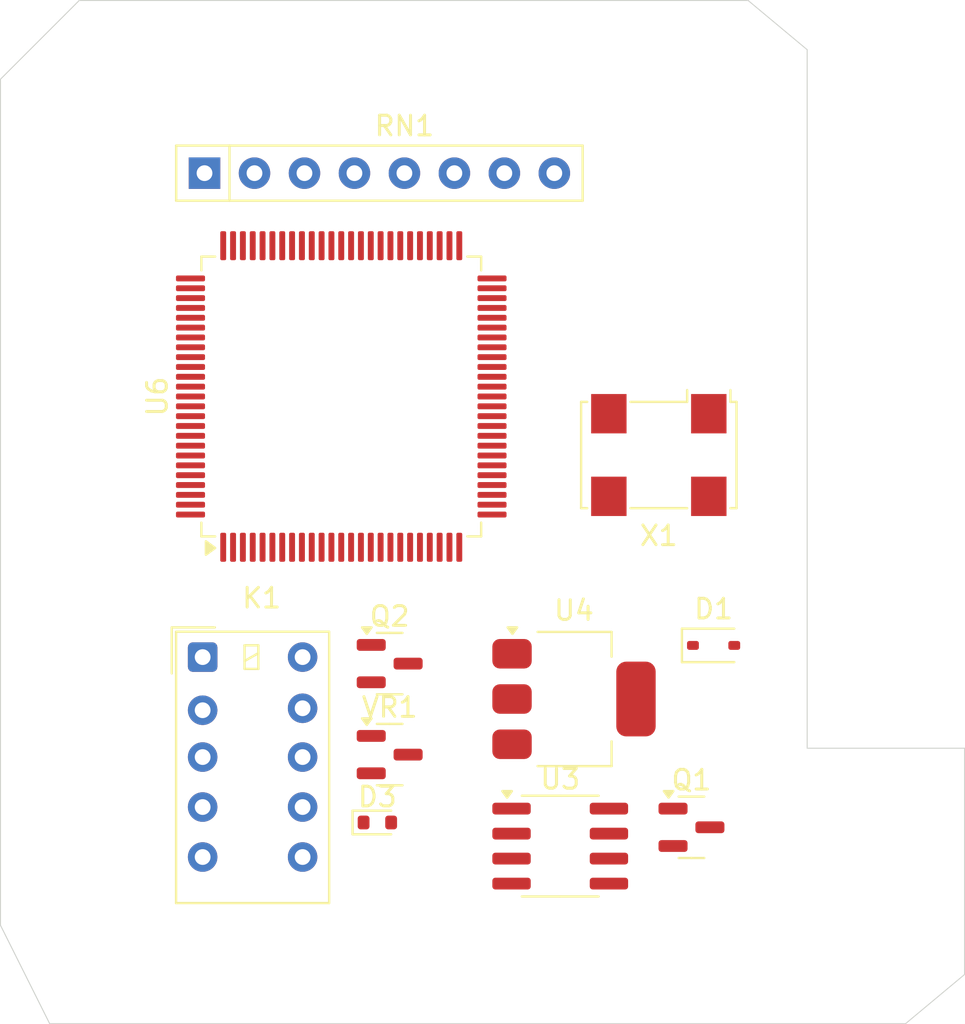
<source format=kicad_pcb>
(kicad_pcb (version 20240108) (generator "pcbnew") (generator_version "8.0")
  (layers (0 "F.Cu" signal) (31 "B.Cu" signal) (34 "B.Paste" user) (35 "F.Paste" user) (36 "B.SilkS" user "B.Silkscreen") (37 "F.SilkS" user "F.Silkscreen") (38 "B.Mask" user) (39 "F.Mask" user) (44 "Edge.Cuts" user))
  (net 0 "")
  (net 1 "+5V")
  (net 2 "GND")
  (net 3 "Net-(D3-A)")
  (net 5 "Net-(J3-Pad4)")
  (net 6 "Net-(VR1-K)")
  (net 7 "/CONECTORES/D1+")
  (net 9 "Net-(Q1-E)")
  (net 11 "Net-(Q2-S)")
  (net 12 "/CONECTORES/RELÉ")
  (net 13 "Net-(RN1B-R2.1)")
  (net 14 "+3V3")
  (net 17 "Net-(D2-K)")
  (net 18 "Net-(U3-CB)")
  (net 22 "Net-(U6-AVcc)")
  (net 32 "Net-(DS1-K)")
  (net 34 "/PROCESSAMENTO/52")
  (net 44 "/FONTE/FB")
  (net 57 "/CONECTORES/D1-")
  (net 65 "/CONECTORES/D2+")
  (net 80 "/CONECTORES/INT_REQ")
  (net 101 "/CONECTORES/D2-")
  (net 102 "Net-(U6-XTALIN)")
  (net 109 "Net-(VR1-A)")
  (footprint "Package_TO_SOT_SMD:SOT-23" (layer "F.Cu") (at 122.28 81.825)
    (property "Reference" "VR1" (at 0 -2.4 0) (layer "F.SilkS"))
    (property "Value" "BZX84Cxx")
    (fp_line (start 0 -1.56) (end -0.65 -1.56) (stroke (width 0.12)) (layer "F.SilkS"))
    (fp_line (start 0 -1.56) (end 0.65 -1.56) (stroke (width 0.12)) (layer "F.SilkS"))
    (fp_line (start 0 1.56) (end -0.65 1.56) (stroke (width 0.12)) (layer "F.SilkS"))
    (fp_line (start 0 1.56) (end 0.65 1.56) (stroke (width 0.12)) (layer "F.SilkS"))
    (fp_poly (pts (xy -1.1625 -1.51) (xy -1.4025 -1.84) (xy -0.9225 -1.84) (xy -1.1625 -1.51)) (stroke (width 0.12)) (fill solid) (layer "F.SilkS"))
    (pad "1" smd roundrect (at -0.9375 -0.95) (size 1.475 0.6) (layers "F.Cu" "F.Paste" "F.Mask") (net 109 "Net-(VR1-A)"))
    (pad "2" smd roundrect (at -0.9375 0.95) (size 1.475 0.6) (layers "F.Cu" "F.Paste" "F.Mask"))
    (pad "3" smd roundrect (at 0.9375 0) (size 1.475 0.6) (layers "F.Cu" "F.Paste" "F.Mask") (net 6 "Net-(VR1-K)"))
  )
  (footprint "Package_TO_SOT_SMD:SOT-23" (layer "F.Cu") (at 137.62 85.52)
    (property "Reference" "Q1" (at 0 -2.4 0) (layer "F.SilkS"))
    (property "Value" "BC807")
    (fp_line (start 0 -1.56) (end -0.65 -1.56) (stroke (width 0.12)) (layer "F.SilkS"))
    (fp_line (start 0 -1.56) (end 0.65 -1.56) (stroke (width 0.12)) (layer "F.SilkS"))
    (fp_line (start 0 1.56) (end -0.65 1.56) (stroke (width 0.12)) (layer "F.SilkS"))
    (fp_line (start 0 1.56) (end 0.65 1.56) (stroke (width 0.12)) (layer "F.SilkS"))
    (fp_poly (pts (xy -1.1625 -1.51) (xy -1.4025 -1.84) (xy -0.9225 -1.84) (xy -1.1625 -1.51)) (stroke (width 0.12)) (fill solid) (layer "F.SilkS"))
    (pad "1" smd roundrect (at -0.9375 -0.95) (size 1.475 0.6) (layers "F.Cu" "F.Paste" "F.Mask"))
    (pad "2" smd roundrect (at -0.9375 0.95) (size 1.475 0.6) (layers "F.Cu" "F.Paste" "F.Mask") (net 9 "Net-(Q1-E)"))
    (pad "3" smd roundrect (at 0.9375 0) (size 1.475 0.6) (layers "F.Cu" "F.Paste" "F.Mask"))
  )
  (footprint "Oscillator:Oscillator_SMD_IQD_IQXO70-4Pin_7.5x5.0mm" (layer "F.Cu") (at 135.96 66.6 180)
    (property "Reference" "X1" (at 0 -4.1 360) (layer "F.SilkS"))
    (property "Value" "CFPS-72")
    (fp_line (start 3.95 2.7) (end 3.64 2.7) (stroke (width 0.12)) (layer "F.SilkS"))
    (fp_line (start 3.95 -2.7) (end 3.95 2.7) (stroke (width 0.12)) (layer "F.SilkS"))
    (fp_line (start 3.64 -2.7) (end 3.95 -2.7) (stroke (width 0.12)) (layer "F.SilkS"))
    (fp_line (start 1.44 2.7) (end -1.44 2.7) (stroke (width 0.12)) (layer "F.SilkS"))
    (fp_line (start -1.44 2.7) (end -1.44 3.3) (stroke (width 0.12)) (layer "F.SilkS"))
    (fp_line (start -1.44 -2.7) (end 1.44 -2.7) (stroke (width 0.12)) (layer "F.SilkS"))
    (fp_line (start -3.64 3.3) (end -3.64 2.7) (stroke (width 0.12)) (layer "F.SilkS"))
    (fp_line (start -3.64 2.7) (end -3.95 2.7) (stroke (width 0.12)) (layer "F.SilkS"))
    (fp_line (start -3.95 2.7) (end -3.95 -2.7) (stroke (width 0.12)) (layer "F.SilkS"))
    (fp_line (start -3.95 -2.7) (end -3.64 -2.7) (stroke (width 0.12)) (layer "F.SilkS"))
    (pad "1" smd rect (at -2.54 2.1 180) (size 1.8 2) (layers "F.Cu" "F.Paste" "F.Mask") (net 13 "Net-(RN1B-R2.1)"))
    (pad "2" smd rect (at 2.54 2.1 180) (size 1.8 2) (layers "F.Cu" "F.Paste" "F.Mask") (net 2 "GND"))
    (pad "3" smd rect (at 2.54 -2.1 180) (size 1.8 2) (layers "F.Cu" "F.Paste" "F.Mask") (net 102 "Net-(U6-XTALIN)"))
    (pad "4" smd rect (at -2.54 -2.1 180) (size 1.8 2) (layers "F.Cu" "F.Paste" "F.Mask") (net 14 "+3V3"))
  )
  (footprint "Package_TO_SOT_SMD:SOT-223-3_TabPin2" (layer "F.Cu") (at 131.65 79)
    (property "Reference" "U4" (at 0 -4.5 0) (layer "F.SilkS"))
    (property "Value" "LM2937xMP")
    (fp_line (start -1.85 -3.41) (end 1.91 -3.41) (stroke (width 0.12)) (layer "F.SilkS"))
    (fp_line (start -1.85 3.41) (end 1.91 3.41) (stroke (width 0.12)) (layer "F.SilkS"))
    (fp_line (start 1.91 -3.41) (end 1.91 -2.15) (stroke (width 0.12)) (layer "F.SilkS"))
    (fp_line (start 1.91 3.41) (end 1.91 2.15) (stroke (width 0.12)) (layer "F.SilkS"))
    (fp_poly (pts (xy -3.13 -3.31) (xy -3.37 -3.64) (xy -2.89 -3.64) (xy -3.13 -3.31)) (stroke (width 0.12)) (fill solid) (layer "F.SilkS"))
    (pad "1" smd roundrect (at -3.15 -2.3) (size 2 1.5) (layers "F.Cu" "F.Paste" "F.Mask") (net 1 "+5V"))
    (pad "2" smd roundrect (at -3.15 0) (size 2 1.5) (layers "F.Cu" "F.Paste" "F.Mask") (net 2 "GND"))
    (pad "2" smd roundrect (at 3.15 0) (size 2 3.8) (layers "F.Cu" "F.Paste" "F.Mask") (net 2 "GND"))
    (pad "3" smd roundrect (at -3.15 2.3) (size 2 1.5) (layers "F.Cu" "F.Paste" "F.Mask") (net 14 "+3V3"))
  )
  (footprint "Resistor_THT:R_Array_SIP8" (layer "F.Cu") (at 112.87 52.275)
    (property "Reference" "RN1" (at 10.16 -2.4 0) (layer "F.SilkS"))
    (property "Value" "10k")
    (fp_line (start -1.44 -1.4) (end -1.44 1.4) (stroke (width 0.12)) (layer "F.SilkS"))
    (fp_line (start -1.44 1.4) (end 19.22 1.4) (stroke (width 0.12)) (layer "F.SilkS"))
    (fp_line (start 1.27 -1.4) (end 1.27 1.4) (stroke (width 0.12)) (layer "F.SilkS"))
    (fp_line (start 19.22 -1.4) (end -1.44 -1.4) (stroke (width 0.12)) (layer "F.SilkS"))
    (fp_line (start 19.22 1.4) (end 19.22 -1.4) (stroke (width 0.12)) (layer "F.SilkS"))
    (pad "1" thru_hole rect (at 0 0) (size 1.6 1.6) (drill 0.8) (layers "*.Cu" "*.Mask"))
    (pad "2" thru_hole oval (at 2.54 0) (size 1.6 1.6) (drill 0.8) (layers "*.Cu" "*.Mask"))
    (pad "3" thru_hole oval (at 5.08 0) (size 1.6 1.6) (drill 0.8) (layers "*.Cu" "*.Mask") (net 13 "Net-(RN1B-R2.1)"))
    (pad "4" thru_hole oval (at 7.62 0) (size 1.6 1.6) (drill 0.8) (layers "*.Cu" "*.Mask") (net 14 "+3V3"))
    (pad "5" thru_hole oval (at 10.16 0) (size 1.6 1.6) (drill 0.8) (layers "*.Cu" "*.Mask"))
    (pad "6" thru_hole oval (at 12.7 0) (size 1.6 1.6) (drill 0.8) (layers "*.Cu" "*.Mask"))
    (pad "7" thru_hole oval (at 15.24 0) (size 1.6 1.6) (drill 0.8) (layers "*.Cu" "*.Mask"))
    (pad "8" thru_hole oval (at 17.78 0) (size 1.6 1.6) (drill 0.8) (layers "*.Cu" "*.Mask"))
  )
  (footprint "Package_QFP:TQFP-100_14x14mm_P0.5mm" (layer "F.Cu") (at 119.82 63.625 90)
    (property "Reference" "U6" (at 0 -9.35 90) (layer "F.SilkS"))
    (property "Value" "CY7C67300-100AX")
    (fp_line (start 7.11 -7.11) (end 7.11 -6.41) (stroke (width 0.12)) (layer "F.SilkS"))
    (fp_line (start 6.41 -7.11) (end 7.11 -7.11) (stroke (width 0.12)) (layer "F.SilkS"))
    (fp_line (start -6.41 -7.11) (end -7.11 -7.11) (stroke (width 0.12)) (layer "F.SilkS"))
    (fp_line (start -7.11 -7.11) (end -7.11 -6.41) (stroke (width 0.12)) (layer "F.SilkS"))
    (fp_line (start 7.11 7.11) (end 7.11 6.41) (stroke (width 0.12)) (layer "F.SilkS"))
    (fp_line (start 6.41 7.11) (end 7.11 7.11) (stroke (width 0.12)) (layer "F.SilkS"))
    (fp_line (start -6.41 7.11) (end -7.11 7.11) (stroke (width 0.12)) (layer "F.SilkS"))
    (fp_line (start -7.11 7.11) (end -7.11 6.41) (stroke (width 0.12)) (layer "F.SilkS"))
    (fp_poly (pts (xy -7.7 -6.41) (xy -8.04 -6.88) (xy -7.36 -6.88) (xy -7.7 -6.41)) (stroke (width 0.12)) (fill solid) (layer "F.SilkS"))
    (pad "1" smd roundrect (at -7.6625 -6 90) (size 1.475 0.3) (layers "F.Cu" "F.Paste" "F.Mask"))
    (pad "2" smd roundrect (at -7.6625 -5.5 90) (size 1.475 0.3) (layers "F.Cu" "F.Paste" "F.Mask"))
    (pad "3" smd roundrect (at -7.6625 -5 90) (size 1.475 0.3) (layers "F.Cu" "F.Paste" "F.Mask"))
    (pad "4" smd roundrect (at -7.6625 -4.5 90) (size 1.475 0.3) (layers "F.Cu" "F.Paste" "F.Mask") (net 65 "/CONECTORES/D2+"))
    (pad "5" smd roundrect (at -7.6625 -4 90) (size 1.475 0.3) (layers "F.Cu" "F.Paste" "F.Mask") (net 101 "/CONECTORES/D2-"))
    (pad "6" smd roundrect (at -7.6625 -3.5 90) (size 1.475 0.3) (layers "F.Cu" "F.Paste" "F.Mask") (net 2 "GND"))
    (pad "7" smd roundrect (at -7.6625 -3 90) (size 1.475 0.3) (layers "F.Cu" "F.Paste" "F.Mask"))
    (pad "8" smd roundrect (at -7.6625 -2.5 90) (size 1.475 0.3) (layers "F.Cu" "F.Paste" "F.Mask"))
    (pad "9" smd roundrect (at -7.6625 -2 90) (size 1.475 0.3) (layers "F.Cu" "F.Paste" "F.Mask"))
    (pad "10" smd roundrect (at -7.6625 -1.5 90) (size 1.475 0.3) (layers "F.Cu" "F.Paste" "F.Mask"))
    (pad "11" smd roundrect (at -7.6625 -1 90) (size 1.475 0.3) (layers "F.Cu" "F.Paste" "F.Mask"))
    (pad "12" smd roundrect (at -7.6625 -0.5 90) (size 1.475 0.3) (layers "F.Cu" "F.Paste" "F.Mask"))
    (pad "13" smd roundrect (at -7.6625 0 90) (size 1.475 0.3) (layers "F.Cu" "F.Paste" "F.Mask"))
    (pad "14" smd roundrect (at -7.6625 0.5 90) (size 1.475 0.3) (layers "F.Cu" "F.Paste" "F.Mask"))
    (pad "15" smd roundrect (at -7.6625 1 90) (size 1.475 0.3) (layers "F.Cu" "F.Paste" "F.Mask") (net 2 "GND"))
    (pad "16" smd roundrect (at -7.6625 1.5 90) (size 1.475 0.3) (layers "F.Cu" "F.Paste" "F.Mask") (net 22 "Net-(U6-AVcc)"))
    (pad "17" smd roundrect (at -7.6625 2 90) (size 1.475 0.3) (layers "F.Cu" "F.Paste" "F.Mask"))
    (pad "18" smd roundrect (at -7.6625 2.5 90) (size 1.475 0.3) (layers "F.Cu" "F.Paste" "F.Mask"))
    (pad "19" smd roundrect (at -7.6625 3 90) (size 1.475 0.3) (layers "F.Cu" "F.Paste" "F.Mask"))
    (pad "20" smd roundrect (at -7.6625 3.5 90) (size 1.475 0.3) (layers "F.Cu" "F.Paste" "F.Mask"))
    (pad "21" smd roundrect (at -7.6625 4 90) (size 1.475 0.3) (layers "F.Cu" "F.Paste" "F.Mask") (net 22 "Net-(U6-AVcc)"))
    (pad "22" smd roundrect (at -7.6625 4.5 90) (size 1.475 0.3) (layers "F.Cu" "F.Paste" "F.Mask") (net 7 "/CONECTORES/D1+"))
    (pad "23" smd roundrect (at -7.6625 5 90) (size 1.475 0.3) (layers "F.Cu" "F.Paste" "F.Mask") (net 57 "/CONECTORES/D1-"))
    (pad "24" smd roundrect (at -7.6625 5.5 90) (size 1.475 0.3) (layers "F.Cu" "F.Paste" "F.Mask"))
    (pad "25" smd roundrect (at -7.6625 6 90) (size 1.475 0.3) (layers "F.Cu" "F.Paste" "F.Mask"))
    (pad "26" smd roundrect (at -6 7.6625 90) (size 0.3 1.475) (layers "F.Cu" "F.Paste" "F.Mask") (net 2 "GND"))
    (pad "27" smd roundrect (at -5.5 7.6625 90) (size 0.3 1.475) (layers "F.Cu" "F.Paste" "F.Mask"))
    (pad "28" smd roundrect (at -5 7.6625 90) (size 0.3 1.475) (layers "F.Cu" "F.Paste" "F.Mask"))
    (pad "29" smd roundrect (at -4.5 7.6625 90) (size 0.3 1.475) (layers "F.Cu" "F.Paste" "F.Mask") (net 102 "Net-(U6-XTALIN)"))
    (pad "30" smd roundrect (at -4 7.6625 90) (size 0.3 1.475) (layers "F.Cu" "F.Paste" "F.Mask"))
    (pad "31" smd roundrect (at -3.5 7.6625 90) (size 0.3 1.475) (layers "F.Cu" "F.Paste" "F.Mask"))
    (pad "32" smd roundrect (at -3 7.6625 90) (size 0.3 1.475) (layers "F.Cu" "F.Paste" "F.Mask"))
    (pad "33" smd roundrect (at -2.5 7.6625 90) (size 0.3 1.475) (layers "F.Cu" "F.Paste" "F.Mask"))
    (pad "34" smd roundrect (at -2 7.6625 90) (size 0.3 1.475) (layers "F.Cu" "F.Paste" "F.Mask"))
    (pad "35" smd roundrect (at -1.5 7.6625 90) (size 0.3 1.475) (layers "F.Cu" "F.Paste" "F.Mask"))
    (pad "36" smd roundrect (at -1 7.6625 90) (size 0.3 1.475) (layers "F.Cu" "F.Paste" "F.Mask"))
    (pad "37" smd roundrect (at -0.5 7.6625 90) (size 0.3 1.475) (layers "F.Cu" "F.Paste" "F.Mask") (net 22 "Net-(U6-AVcc)"))
    (pad "38" smd roundrect (at 0 7.6625 90) (size 0.3 1.475) (layers "F.Cu" "F.Paste" "F.Mask"))
    (pad "39" smd roundrect (at 0.5 7.6625 90) (size 0.3 1.475) (layers "F.Cu" "F.Paste" "F.Mask"))
    (pad "40" smd roundrect (at 1 7.6625 90) (size 0.3 1.475) (layers "F.Cu" "F.Paste" "F.Mask"))
    (pad "41" smd roundrect (at 1.5 7.6625 90) (size 0.3 1.475) (layers "F.Cu" "F.Paste" "F.Mask"))
    (pad "42" smd roundrect (at 2 7.6625 90) (size 0.3 1.475) (layers "F.Cu" "F.Paste" "F.Mask"))
    (pad "43" smd roundrect (at 2.5 7.6625 90) (size 0.3 1.475) (layers "F.Cu" "F.Paste" "F.Mask"))
    (pad "44" smd roundrect (at 3 7.6625 90) (size 0.3 1.475) (layers "F.Cu" "F.Paste" "F.Mask") (net 32 "Net-(DS1-K)"))
    (pad "45" smd roundrect (at 3.5 7.6625 90) (size 0.3 1.475) (layers "F.Cu" "F.Paste" "F.Mask") (net 80 "/CONECTORES/INT_REQ"))
    (pad "46" smd roundrect (at 4 7.6625 90) (size 0.3 1.475) (layers "F.Cu" "F.Paste" "F.Mask"))
    (pad "47" smd roundrect (at 4.5 7.6625 90) (size 0.3 1.475) (layers "F.Cu" "F.Paste" "F.Mask"))
    (pad "48" smd roundrect (at 5 7.6625 90) (size 0.3 1.475) (layers "F.Cu" "F.Paste" "F.Mask"))
    (pad "49" smd roundrect (at 5.5 7.6625 90) (size 0.3 1.475) (layers "F.Cu" "F.Paste" "F.Mask"))
    (pad "50" smd roundrect (at 6 7.6625 90) (size 0.3 1.475) (layers "F.Cu" "F.Paste" "F.Mask"))
    (pad "51" smd roundrect (at 7.6625 6 90) (size 1.475 0.3) (layers "F.Cu" "F.Paste" "F.Mask") (net 2 "GND"))
    (pad "52" smd roundrect (at 7.6625 5.5 90) (size 1.475 0.3) (layers "F.Cu" "F.Paste" "F.Mask") (net 34 "/PROCESSAMENTO/52"))
    (pad "53" smd roundrect (at 7.6625 5 90) (size 1.475 0.3) (layers "F.Cu" "F.Paste" "F.Mask") (net 12 "/CONECTORES/RELÉ"))
    (pad "54" smd roundrect (at 7.6625 4.5 90) (size 1.475 0.3) (layers "F.Cu" "F.Paste" "F.Mask"))
    (pad "55" smd roundrect (at 7.6625 4 90) (size 1.475 0.3) (layers "F.Cu" "F.Paste" "F.Mask") (net 44 "/FONTE/FB"))
    (pad "56" smd roundrect (at 7.6625 3.5 90) (size 1.475 0.3) (layers "F.Cu" "F.Paste" "F.Mask"))
    (pad "57" smd roundrect (at 7.6625 3 90) (size 1.475 0.3) (layers "F.Cu" "F.Paste" "F.Mask"))
    (pad "58" smd roundrect (at 7.6625 2.5 90) (size 1.475 0.3) (layers "F.Cu" "F.Paste" "F.Mask"))
    (pad "59" smd roundrect (at 7.6625 2 90) (size 1.475 0.3) (layers "F.Cu" "F.Paste" "F.Mask"))
    (pad "60" smd roundrect (at 7.6625 1.5 90) (size 1.475 0.3) (layers "F.Cu" "F.Paste" "F.Mask"))
    (pad "61" smd roundrect (at 7.6625 1 90) (size 1.475 0.3) (layers "F.Cu" "F.Paste" "F.Mask"))
    (pad "62" smd roundrect (at 7.6625 0.5 90) (size 1.475 0.3) (layers "F.Cu" "F.Paste" "F.Mask"))
    (pad "63" smd roundrect (at 7.6625 0 90) (size 1.475 0.3) (layers "F.Cu" "F.Paste" "F.Mask") (net 22 "Net-(U6-AVcc)"))
    (pad "64" smd roundrect (at 7.6625 -0.5 90) (size 1.475 0.3) (layers "F.Cu" "F.Paste" "F.Mask"))
    (pad "65" smd roundrect (at 7.6625 -1 90) (size 1.475 0.3) (layers "F.Cu" "F.Paste" "F.Mask"))
    (pad "66" smd roundrect (at 7.6625 -1.5 90) (size 1.475 0.3) (layers "F.Cu" "F.Paste" "F.Mask"))
    (pad "67" smd roundrect (at 7.6625 -2 90) (size 1.475 0.3) (layers "F.Cu" "F.Paste" "F.Mask"))
    (pad "68" smd roundrect (at 7.6625 -2.5 90) (size 1.475 0.3) (layers "F.Cu" "F.Paste" "F.Mask"))
    (pad "69" smd roundrect (at 7.6625 -3 90) (size 1.475 0.3) (layers "F.Cu" "F.Paste" "F.Mask"))
    (pad "70" smd roundrect (at 7.6625 -3.5 90) (size 1.475 0.3) (layers "F.Cu" "F.Paste" "F.Mask"))
    (pad "71" smd roundrect (at 7.6625 -4 90) (size 1.475 0.3) (layers "F.Cu" "F.Paste" "F.Mask"))
    (pad "72" smd roundrect (at 7.6625 -4.5 90) (size 1.475 0.3) (layers "F.Cu" "F.Paste" "F.Mask"))
    (pad "73" smd roundrect (at 7.6625 -5 90) (size 1.475 0.3) (layers "F.Cu" "F.Paste" "F.Mask"))
    (pad "74" smd roundrect (at 7.6625 -5.5 90) (size 1.475 0.3) (layers "F.Cu" "F.Paste" "F.Mask"))
    (pad "75" smd roundrect (at 7.6625 -6 90) (size 1.475 0.3) (layers "F.Cu" "F.Paste" "F.Mask") (net 2 "GND"))
    (pad "76" smd roundrect (at 6 -7.6625 90) (size 0.3 1.475) (layers "F.Cu" "F.Paste" "F.Mask"))
    (pad "77" smd roundrect (at 5.5 -7.6625 90) (size 0.3 1.475) (layers "F.Cu" "F.Paste" "F.Mask"))
    (pad "78" smd roundrect (at 5 -7.6625 90) (size 0.3 1.475) (layers "F.Cu" "F.Paste" "F.Mask"))
    (pad "79" smd roundrect (at 4.5 -7.6625 90) (size 0.3 1.475) (layers "F.Cu" "F.Paste" "F.Mask"))
    (pad "80" smd roundrect (at 4 -7.6625 90) (size 0.3 1.475) (layers "F.Cu" "F.Paste" "F.Mask"))
    (pad "81" smd roundrect (at 3.5 -7.6625 90) (size 0.3 1.475) (layers "F.Cu" "F.Paste" "F.Mask"))
    (pad "82" smd roundrect (at 3 -7.6625 90) (size 0.3 1.475) (layers "F.Cu" "F.Paste" "F.Mask"))
    (pad "83" smd roundrect (at 2.5 -7.6625 90) (size 0.3 1.475) (layers "F.Cu" "F.Paste" "F.Mask"))
    (pad "84" smd roundrect (at 2 -7.6625 90) (size 0.3 1.475) (layers "F.Cu" "F.Paste" "F.Mask"))
    (pad "85" smd roundrect (at 1.5 -7.6625 90) (size 0.3 1.475) (layers "F.Cu" "F.Paste" "F.Mask"))
    (pad "86" smd roundrect (at 1 -7.6625 90) (size 0.3 1.475) (layers "F.Cu" "F.Paste" "F.Mask"))
    (pad "87" smd roundrect (at 0.5 -7.6625 90) (size 0.3 1.475) (layers "F.Cu" "F.Paste" "F.Mask"))
    (pad "88" smd roundrect (at 0 -7.6625 90) (size 0.3 1.475) (layers "F.Cu" "F.Paste" "F.Mask") (net 22 "Net-(U6-AVcc)"))
    (pad "89" smd roundrect (at -0.5 -7.6625 90) (size 0.3 1.475) (layers "F.Cu" "F.Paste" "F.Mask"))
    (pad "90" smd roundrect (at -1 -7.6625 90) (size 0.3 1.475) (layers "F.Cu" "F.Paste" "F.Mask"))
    (pad "91" smd roundrect (at -1.5 -7.6625 90) (size 0.3 1.475) (layers "F.Cu" "F.Paste" "F.Mask"))
    (pad "92" smd roundrect (at -2 -7.6625 90) (size 0.3 1.475) (layers "F.Cu" "F.Paste" "F.Mask"))
    (pad "93" smd roundrect (at -2.5 -7.6625 90) (size 0.3 1.475) (layers "F.Cu" "F.Paste" "F.Mask"))
    (pad "94" smd roundrect (at -3 -7.6625 90) (size 0.3 1.475) (layers "F.Cu" "F.Paste" "F.Mask"))
    (pad "95" smd roundrect (at -3.5 -7.6625 90) (size 0.3 1.475) (layers "F.Cu" "F.Paste" "F.Mask"))
    (pad "96" smd roundrect (at -4 -7.6625 90) (size 0.3 1.475) (layers "F.Cu" "F.Paste" "F.Mask"))
    (pad "97" smd roundrect (at -4.5 -7.6625 90) (size 0.3 1.475) (layers "F.Cu" "F.Paste" "F.Mask"))
    (pad "98" smd roundrect (at -5 -7.6625 90) (size 0.3 1.475) (layers "F.Cu" "F.Paste" "F.Mask"))
    (pad "99" smd roundrect (at -5.5 -7.6625 90) (size 0.3 1.475) (layers "F.Cu" "F.Paste" "F.Mask"))
    (pad "100" smd roundrect (at -6 -7.6625 90) (size 0.3 1.475) (layers "F.Cu" "F.Paste" "F.Mask") (net 2 "GND"))
  )
  (footprint "Package_SO:SOIC-8_3.9x4.9mm_P1.27mm" (layer "F.Cu") (at 130.95 86.475)
    (property "Reference" "U3" (at 0 -3.4 0) (layer "F.SilkS"))
    (property "Value" "LM2672M-5.0")
    (fp_line (start 0 -2.56) (end -1.95 -2.56) (stroke (width 0.12)) (layer "F.SilkS"))
    (fp_line (start 0 -2.56) (end 1.95 -2.56) (stroke (width 0.12)) (layer "F.SilkS"))
    (fp_line (start 0 2.56) (end -1.95 2.56) (stroke (width 0.12)) (layer "F.SilkS"))
    (fp_line (start 0 2.56) (end 1.95 2.56) (stroke (width 0.12)) (layer "F.SilkS"))
    (fp_poly (pts (xy -2.7 -2.465) (xy -2.94 -2.795) (xy -2.46 -2.795) (xy -2.7 -2.465)) (stroke (width 0.12)) (fill solid) (layer "F.SilkS"))
    (pad "1" smd roundrect (at -2.475 -1.905) (size 1.95 0.6) (layers "F.Cu" "F.Paste" "F.Mask") (net 18 "Net-(U3-CB)"))
    (pad "2" smd roundrect (at -2.475 -0.635) (size 1.95 0.6) (layers "F.Cu" "F.Paste" "F.Mask"))
    (pad "3" smd roundrect (at -2.475 0.635) (size 1.95 0.6) (layers "F.Cu" "F.Paste" "F.Mask"))
    (pad "4" smd roundrect (at -2.475 1.905) (size 1.95 0.6) (layers "F.Cu" "F.Paste" "F.Mask") (net 1 "+5V"))
    (pad "5" smd roundrect (at 2.475 1.905) (size 1.95 0.6) (layers "F.Cu" "F.Paste" "F.Mask"))
    (pad "6" smd roundrect (at 2.475 0.635) (size 1.95 0.6) (layers "F.Cu" "F.Paste" "F.Mask") (net 2 "GND"))
    (pad "7" smd roundrect (at 2.475 -0.635) (size 1.95 0.6) (layers "F.Cu" "F.Paste" "F.Mask") (net 17 "Net-(D2-K)"))
    (pad "8" smd roundrect (at 2.475 -1.905) (size 1.95 0.6) (layers "F.Cu" "F.Paste" "F.Mask") (net 1 "+5V"))
  )
  (footprint "Diode_SMD:D_SOD-523" (layer "F.Cu") (at 121.655 85.275)
    (property "Reference" "D3" (at 0 -1.3 0) (layer "F.SilkS"))
    (property "Value" "1N4148WT")
    (fp_line (start -1.26 -0.6) (end -1.26 0.6) (stroke (width 0.12)) (layer "F.SilkS"))
    (fp_line (start 0.7 -0.6) (end -1.26 -0.6) (stroke (width 0.12)) (layer "F.SilkS"))
    (fp_line (start 0.7 0.6) (end -1.26 0.6) (stroke (width 0.12)) (layer "F.SilkS"))
    (pad "1" smd roundrect (at -0.7 0 180) (size 0.6 0.7) (layers "F.Cu" "F.Paste" "F.Mask") (net 1 "+5V"))
    (pad "2" smd roundrect (at 0.7 0 180) (size 0.6 0.7) (layers "F.Cu" "F.Paste" "F.Mask") (net 3 "Net-(D3-A)"))
  )
  (footprint "Relay_THT:Relay_DPDT_Kemet_EC2" (layer "F.Cu") (at 112.775 76.87)
    (property "Reference" "K1" (at 3 -3 180) (layer "F.SilkS"))
    (property "Value" "ATQ209")
    (fp_line (start -1.57 -1.51) (end 0.62 -1.51) (stroke (width 0.12)) (layer "F.SilkS"))
    (fp_line (start -1.57 0.83) (end -1.57 -1.51) (stroke (width 0.12)) (layer "F.SilkS"))
    (fp_line (start -1.35 -1.27) (end -1.35 12.5) (stroke (width 0.12)) (layer "F.SilkS"))
    (fp_line (start 2.13 -0.6) (end 2.13 0.6) (stroke (width 0.12)) (layer "F.SilkS"))
    (fp_line (start 2.13 0.2) (end 2.83 -0.2) (stroke (width 0.12)) (layer "F.SilkS"))
    (fp_line (start 2.13 0.6) (end 2.83 0.6) (stroke (width 0.12)) (layer "F.SilkS"))
    (fp_line (start 2.83 -0.6) (end 2.13 -0.6) (stroke (width 0.12)) (layer "F.SilkS"))
    (fp_line (start 2.83 0.6) (end 2.83 -0.6) (stroke (width 0.12)) (layer "F.SilkS"))
    (fp_line (start 6.43 -1.29) (end -1.35 -1.29) (stroke (width 0.12)) (layer "F.SilkS"))
    (fp_line (start 6.43 -1.29) (end 6.43 12.5) (stroke (width 0.12)) (layer "F.SilkS"))
    (fp_line (start 6.43 12.5) (end -1.35 12.5) (stroke (width 0.12)) (layer "F.SilkS"))
    (pad "1" thru_hole roundrect (at 0 0) (size 1.5 1.5) (drill 0.8) (layers "*.Cu" "*.Mask") (roundrect_rratio 0.167) (net 1 "+5V"))
    (pad "2" thru_hole circle (at 0 2.7) (size 1.5 1.5) (drill 0.8) (layers "*.Cu" "*.Mask"))
    (pad "3" thru_hole circle (at 0 5.08) (size 1.5 1.5) (drill 0.8) (layers "*.Cu" "*.Mask") (net 5 "Net-(J3-Pad4)"))
    (pad "4" thru_hole circle (at 0 7.62) (size 1.5 1.5) (drill 0.8) (layers "*.Cu" "*.Mask") (net 7 "/CONECTORES/D1+"))
    (pad "5" thru_hole circle (at 0 10.16) (size 1.5 1.5) (drill 0.8) (layers "*.Cu" "*.Mask"))
    (pad "6" thru_hole circle (at 5.08 10.16) (size 1.5 1.5) (drill 0.8) (layers "*.Cu" "*.Mask"))
    (pad "7" thru_hole circle (at 5.08 7.62) (size 1.5 1.5) (drill 0.8) (layers "*.Cu" "*.Mask"))
    (pad "8" thru_hole circle (at 5.08 5.08) (size 1.5 1.5) (drill 0.8) (layers "*.Cu" "*.Mask") (net 6 "Net-(VR1-K)"))
    (pad "9" thru_hole circle (at 5.08 2.6) (size 1.5 1.5) (drill 0.8) (layers "*.Cu" "*.Mask"))
    (pad "10" thru_hole circle (at 5.08 0) (size 1.5 1.5) (drill 0.8) (layers "*.Cu" "B.Mask") (net 3 "Net-(D3-A)"))
  )
  (footprint "Package_TO_SOT_SMD:SOT-23" (layer "F.Cu") (at 122.28 77.2)
    (property "Reference" "Q2" (at 0 -2.4 0) (layer "F.SilkS"))
    (property "Value" "MMBF170")
    (fp_line (start 0 -1.56) (end -0.65 -1.56) (stroke (width 0.12)) (layer "F.SilkS"))
    (fp_line (start 0 -1.56) (end 0.65 -1.56) (stroke (width 0.12)) (layer "F.SilkS"))
    (fp_line (start 0 1.56) (end -0.65 1.56) (stroke (width 0.12)) (layer "F.SilkS"))
    (fp_line (start 0 1.56) (end 0.65 1.56) (stroke (width 0.12)) (layer "F.SilkS"))
    (fp_poly (pts (xy -1.1625 -1.51) (xy -1.4025 -1.84) (xy -0.9225 -1.84) (xy -1.1625 -1.51)) (stroke (width 0.12)) (fill solid) (layer "F.SilkS"))
    (pad "1" smd roundrect (at -0.9375 -0.95) (size 1.475 0.6) (layers "F.Cu" "F.Paste" "F.Mask") (net 12 "/CONECTORES/RELÉ"))
    (pad "2" smd roundrect (at -0.9375 0.95) (size 1.475 0.6) (layers "F.Cu" "F.Paste" "F.Mask") (net 11 "Net-(Q2-S)"))
    (pad "3" smd roundrect (at 0.9375 0) (size 1.475 0.6) (layers "F.Cu" "F.Paste" "F.Mask") (net 3 "Net-(D3-A)"))
  )
  (footprint "Diode_SMD:D_SOD-323" (layer "F.Cu") (at 138.745 76.275)
    (property "Reference" "D1" (at 0 -1.85 0) (layer "F.SilkS"))
    (property "Value" "?")
    (fp_line (start -1.61 -0.85) (end -1.61 0.85) (stroke (width 0.12)) (layer "F.SilkS"))
    (fp_line (start -1.61 -0.85) (end 1.05 -0.85) (stroke (width 0.12)) (layer "F.SilkS"))
    (fp_line (start -1.61 0.85) (end 1.05 0.85) (stroke (width 0.12)) (layer "F.SilkS"))
    (pad "1" smd roundrect (at -1.05 0) (size 0.6 0.45) (layers "F.Cu" "F.Paste" "F.Mask") (net 1 "+5V"))
    (pad "2" smd roundrect (at 1.05 0) (size 0.6 0.45) (layers "F.Cu" "F.Paste" "F.Mask") (net 2 "GND"))
  )
  (gr_line (start 151.5 81.5) (end 143.5 81.5) (stroke (width 0.05)) (layer "Edge.Cuts"))
  (gr_line (start 105 95.5) (end 148.5 95.5) (stroke (width 0.05)) (layer "Edge.Cuts"))
  (gr_line (start 102.5 90.5) (end 105 95.5) (stroke (width 0.05)) (layer "Edge.Cuts"))
  (gr_line (start 102.5 47.5) (end 102.5 90.5) (stroke (width 0.05)) (layer "Edge.Cuts"))
  (gr_line (start 140.5 43.5) (end 106.5 43.5) (stroke (width 0.05)) (layer "Edge.Cuts"))
  (gr_line (start 151.5 93) (end 151.5 81.5) (stroke (width 0.05)) (layer "Edge.Cuts"))
  (gr_line (start 143.5 46) (end 140.5 43.5) (stroke (width 0.05)) (layer "Edge.Cuts"))
  (gr_line (start 148.5 95.5) (end 151.5 93) (stroke (width 0.05)) (layer "Edge.Cuts"))
  (gr_line (start 143.5 81.5) (end 143.5 46) (stroke (width 0.05)) (layer "Edge.Cuts"))
  (gr_line (start 106.5 43.5) (end 102.5 47.5) (stroke (width 0.05)) (layer "Edge.Cuts"))
)
</source>
